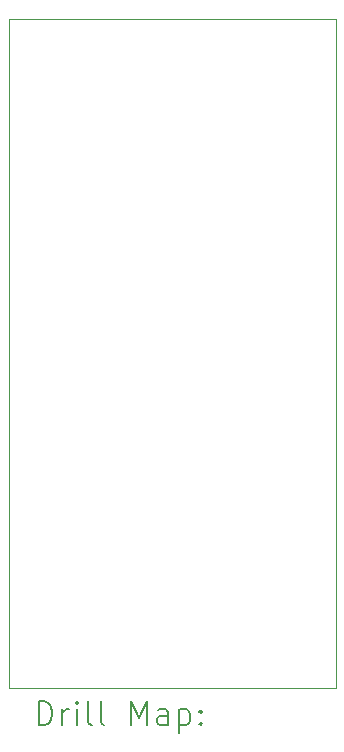
<source format=gbr>
%TF.GenerationSoftware,KiCad,Pcbnew,(6.0.7)*%
%TF.CreationDate,2023-01-29T20:04:32+00:00*%
%TF.ProjectId,DE0_Addon_Board,4445305f-4164-4646-9f6e-5f426f617264,0*%
%TF.SameCoordinates,Original*%
%TF.FileFunction,Drillmap*%
%TF.FilePolarity,Positive*%
%FSLAX45Y45*%
G04 Gerber Fmt 4.5, Leading zero omitted, Abs format (unit mm)*
G04 Created by KiCad (PCBNEW (6.0.7)) date 2023-01-29 20:04:32*
%MOMM*%
%LPD*%
G01*
G04 APERTURE LIST*
%ADD10C,0.100000*%
%ADD11C,0.200000*%
G04 APERTURE END LIST*
D10*
X6553200Y-2184400D02*
X3784600Y-2184400D01*
X3784600Y-2184400D02*
X3784600Y-7848600D01*
X3784600Y-7848600D02*
X6553200Y-7848600D01*
X6553200Y-7848600D02*
X6553200Y-2184400D01*
D11*
X4037219Y-8164076D02*
X4037219Y-7964076D01*
X4084838Y-7964076D01*
X4113409Y-7973600D01*
X4132457Y-7992648D01*
X4141981Y-8011695D01*
X4151505Y-8049790D01*
X4151505Y-8078362D01*
X4141981Y-8116457D01*
X4132457Y-8135505D01*
X4113409Y-8154552D01*
X4084838Y-8164076D01*
X4037219Y-8164076D01*
X4237219Y-8164076D02*
X4237219Y-8030743D01*
X4237219Y-8068838D02*
X4246743Y-8049790D01*
X4256267Y-8040267D01*
X4275314Y-8030743D01*
X4294362Y-8030743D01*
X4361029Y-8164076D02*
X4361029Y-8030743D01*
X4361029Y-7964076D02*
X4351505Y-7973600D01*
X4361029Y-7983124D01*
X4370552Y-7973600D01*
X4361029Y-7964076D01*
X4361029Y-7983124D01*
X4484838Y-8164076D02*
X4465790Y-8154552D01*
X4456267Y-8135505D01*
X4456267Y-7964076D01*
X4589600Y-8164076D02*
X4570552Y-8154552D01*
X4561029Y-8135505D01*
X4561029Y-7964076D01*
X4818171Y-8164076D02*
X4818171Y-7964076D01*
X4884838Y-8106933D01*
X4951505Y-7964076D01*
X4951505Y-8164076D01*
X5132457Y-8164076D02*
X5132457Y-8059314D01*
X5122933Y-8040267D01*
X5103886Y-8030743D01*
X5065790Y-8030743D01*
X5046743Y-8040267D01*
X5132457Y-8154552D02*
X5113410Y-8164076D01*
X5065790Y-8164076D01*
X5046743Y-8154552D01*
X5037219Y-8135505D01*
X5037219Y-8116457D01*
X5046743Y-8097409D01*
X5065790Y-8087886D01*
X5113410Y-8087886D01*
X5132457Y-8078362D01*
X5227695Y-8030743D02*
X5227695Y-8230743D01*
X5227695Y-8040267D02*
X5246743Y-8030743D01*
X5284838Y-8030743D01*
X5303886Y-8040267D01*
X5313410Y-8049790D01*
X5322933Y-8068838D01*
X5322933Y-8125981D01*
X5313410Y-8145028D01*
X5303886Y-8154552D01*
X5284838Y-8164076D01*
X5246743Y-8164076D01*
X5227695Y-8154552D01*
X5408648Y-8145028D02*
X5418171Y-8154552D01*
X5408648Y-8164076D01*
X5399124Y-8154552D01*
X5408648Y-8145028D01*
X5408648Y-8164076D01*
X5408648Y-8040267D02*
X5418171Y-8049790D01*
X5408648Y-8059314D01*
X5399124Y-8049790D01*
X5408648Y-8040267D01*
X5408648Y-8059314D01*
M02*

</source>
